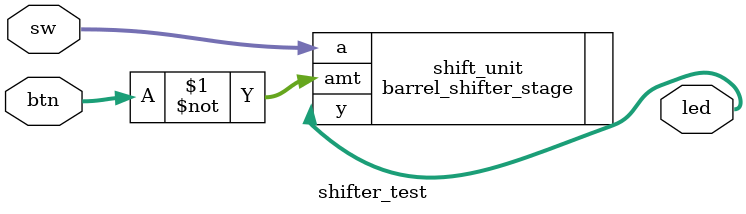
<source format=v>
/****************************************************************
* Mark1 Notes:
* - inverting logic level of btn.  MJ
*****************************************************************/
module shifter_test
   (
    input wire [2:0] btn,
    input wire [7:0] sw,
    output wire [7:0] led
   );

   // instantiate shifter
   barrel_shifter_stage shift_unit
     (.a(sw), .amt(~btn), .y(led));

endmodule
</source>
